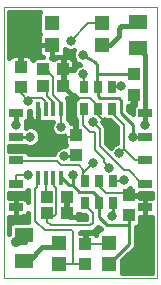
<source format=gtl>
G75*
G70*
%OFA0B0*%
%FSLAX24Y24*%
%IPPOS*%
%LPD*%
%AMOC8*
5,1,8,0,0,1.08239X$1,22.5*
%
%ADD10C,0.0000*%
%ADD11R,0.0276X0.0394*%
%ADD12R,0.0515X0.0515*%
%ADD13R,0.0630X0.0472*%
%ADD14R,0.0394X0.0433*%
%ADD15R,0.0433X0.0394*%
%ADD16R,0.0500X0.0250*%
%ADD17R,0.0138X0.0472*%
%ADD18C,0.0080*%
%ADD19C,0.0317*%
%ADD20C,0.0060*%
%ADD21C,0.0160*%
%ADD22C,0.0100*%
%ADD23C,0.0150*%
%ADD24C,0.0356*%
D10*
X000900Y000980D02*
X000900Y010035D01*
X006018Y010035D01*
X006018Y000980D01*
X000900Y000980D01*
D11*
X003590Y003475D03*
X004062Y003475D03*
X004535Y003475D03*
X004535Y004223D03*
X004062Y004223D03*
X003590Y004223D03*
X003557Y006619D03*
X004030Y006619D03*
X004502Y006619D03*
X004502Y007367D03*
X004030Y007367D03*
X003557Y007367D03*
D12*
X004165Y008769D03*
X004165Y009478D03*
X002512Y009478D03*
X002512Y008769D03*
X002753Y002167D03*
X002753Y001459D03*
X004406Y001459D03*
X004406Y002167D03*
D13*
X001578Y002434D03*
X001578Y001568D03*
X005382Y008649D03*
X005382Y009516D03*
D14*
X005243Y007771D03*
X005243Y007102D03*
X003300Y005755D03*
X003300Y005085D03*
X002995Y003700D03*
X002995Y003140D03*
X002325Y003140D03*
X002325Y003700D03*
X002205Y007380D03*
X002205Y007940D03*
X002875Y007940D03*
X002875Y007380D03*
X005078Y003747D03*
X005078Y003078D03*
D15*
X003620Y002115D03*
X003620Y001445D03*
X001460Y007365D03*
X001460Y008035D03*
D16*
X001300Y006487D03*
X001300Y005700D03*
X001300Y004913D03*
X001300Y004125D03*
X001300Y003338D03*
X005620Y003338D03*
X005620Y004125D03*
X005620Y004913D03*
X005620Y005700D03*
X005620Y006487D03*
D17*
X002804Y006612D03*
X002548Y006612D03*
X002292Y006612D03*
X002036Y006612D03*
X002036Y004308D03*
X002292Y004308D03*
X002548Y004308D03*
X002804Y004308D03*
D18*
X002580Y004120D02*
X002580Y004040D01*
X002640Y003980D01*
X002640Y003120D01*
X002580Y003060D01*
X002405Y003060D01*
X002325Y003140D01*
X002340Y003205D01*
X002340Y002860D01*
X002460Y002740D01*
X003780Y002740D01*
X003860Y002820D01*
X003860Y003140D01*
X003590Y003410D01*
X003590Y003475D01*
X004100Y004020D02*
X004100Y004186D01*
X004062Y004223D01*
X004100Y004020D02*
X004293Y003827D01*
X005060Y003820D01*
X004863Y004223D02*
X004900Y004260D01*
X004863Y004223D02*
X004535Y004223D01*
X004420Y004660D02*
X004240Y004840D01*
X004240Y004960D01*
X003940Y005260D01*
X003940Y005860D01*
X003780Y005860D01*
X003540Y006100D01*
X003540Y006602D01*
X003557Y006619D01*
X003780Y006980D02*
X003140Y006980D01*
X003140Y006660D01*
X002820Y006628D02*
X002804Y006612D01*
X002820Y006020D01*
X002820Y006628D02*
X002820Y006820D01*
X002540Y007100D01*
X002540Y007700D01*
X002300Y007940D01*
X002205Y007940D01*
X002205Y007380D02*
X002340Y007245D01*
X002340Y007060D01*
X002548Y006852D01*
X002548Y006612D01*
X002292Y006612D02*
X002260Y006644D01*
X002260Y006660D02*
X002260Y006680D01*
X002260Y006900D01*
X002180Y006980D01*
X001780Y006980D01*
X001700Y006900D01*
X001460Y007140D01*
X001460Y007365D01*
X001460Y007380D01*
X002036Y006676D02*
X002036Y006612D01*
X002020Y006020D02*
X002340Y005700D01*
X003245Y005700D01*
X003300Y005755D01*
X003860Y006180D02*
X004100Y005940D01*
X004100Y005380D01*
X004900Y004580D01*
X005060Y004580D01*
X005540Y004100D01*
X005580Y004140D02*
X005600Y004120D01*
X005660Y004060D01*
X005620Y004913D02*
X005287Y004913D01*
X004900Y005300D01*
X004740Y005140D01*
X004900Y005300D02*
X004900Y006100D01*
X004580Y006420D01*
X004580Y006541D01*
X004502Y006619D01*
X004260Y006180D02*
X004030Y006410D01*
X004030Y006619D01*
X004030Y006730D01*
X003780Y006980D01*
X003557Y007367D02*
X003557Y007763D01*
X003540Y007780D01*
X003140Y008900D02*
X003718Y009478D01*
X004165Y009478D01*
X004502Y007367D02*
X004820Y007380D01*
X005220Y006900D02*
X005140Y006820D01*
X005140Y006660D01*
X003860Y004820D02*
X003540Y004500D01*
X003540Y004580D01*
X003420Y004740D01*
X002820Y004740D01*
X002660Y004900D01*
X001300Y004900D01*
X001300Y004420D02*
X001300Y004100D01*
X001300Y004420D02*
X001700Y004420D01*
X002020Y004020D02*
X001940Y003940D01*
X001940Y002900D01*
X002260Y002580D01*
X003140Y002580D01*
X003220Y002540D01*
X003220Y001460D01*
X003605Y001460D01*
X003620Y001445D01*
X003220Y001460D02*
X003219Y001459D01*
X002753Y001459D01*
X003620Y002115D02*
X004355Y002115D01*
X004400Y002160D01*
X004420Y002180D01*
X003620Y004260D02*
X003540Y004340D01*
X003540Y004500D01*
X002548Y004308D02*
X002548Y004132D01*
X002292Y004308D02*
X002292Y003812D01*
X002260Y003780D01*
X002320Y003780D01*
X002340Y003780D01*
X002020Y004020D02*
X002020Y004292D01*
X002036Y004308D01*
D19*
X001700Y004420D03*
X001860Y005220D03*
X001780Y005700D03*
X001300Y006100D03*
X001700Y006900D03*
X002820Y006020D03*
X003140Y006660D03*
X003860Y006180D03*
X004260Y006180D03*
X004740Y005140D03*
X004420Y004660D03*
X004900Y004260D03*
X004500Y003060D03*
X003460Y003020D03*
X003220Y004420D03*
X002915Y005045D03*
X003860Y004820D03*
X005140Y006660D03*
X005620Y006100D03*
X005220Y005700D03*
X004820Y007380D03*
X003540Y007780D03*
X003540Y008420D03*
X003140Y008900D03*
X001700Y008740D03*
X001540Y002940D03*
X005540Y001460D03*
D20*
X004406Y002167D02*
X004400Y002160D01*
X005540Y004100D02*
X005560Y004120D01*
X005620Y004125D01*
X005620Y004140D01*
X005600Y004120D01*
X005220Y006900D02*
X005240Y006920D01*
X005240Y007100D01*
X005243Y007102D01*
X003620Y004260D02*
X003600Y004240D01*
X003590Y004223D01*
X002580Y004120D02*
X002548Y004308D01*
X002320Y003780D02*
X002320Y003700D01*
X002325Y003700D01*
X001300Y004100D02*
X001300Y004125D01*
X001300Y004900D02*
X001300Y004913D01*
X002340Y005920D02*
X002040Y006220D01*
X002040Y006580D01*
X002036Y006612D01*
X002260Y006680D02*
X002292Y006612D01*
X002340Y005920D02*
X002340Y005760D01*
X002920Y005760D01*
X002960Y005800D01*
D21*
X002923Y005696D02*
X002923Y005514D01*
X002935Y005469D01*
X002959Y005428D01*
X002967Y005420D01*
X002930Y005384D01*
X002847Y005384D01*
X002723Y005332D01*
X002628Y005237D01*
X002579Y005120D01*
X001722Y005120D01*
X001625Y005218D01*
X001080Y005218D01*
X001080Y005395D01*
X001625Y005395D01*
X001627Y005397D01*
X001713Y005362D01*
X001847Y005362D01*
X001972Y005413D01*
X002067Y005508D01*
X002118Y005633D01*
X002118Y005767D01*
X002067Y005892D01*
X001972Y005987D01*
X001847Y006038D01*
X001713Y006038D01*
X001627Y006003D01*
X001626Y006003D01*
X001638Y006033D01*
X001638Y006167D01*
X001630Y006188D01*
X001730Y006288D01*
X001730Y006562D01*
X001767Y006562D01*
X001787Y006570D01*
X001787Y006352D01*
X001800Y006306D01*
X001823Y006265D01*
X001857Y006231D01*
X001898Y006208D01*
X001944Y006195D01*
X002036Y006195D01*
X002036Y006612D01*
X002036Y006612D01*
X002036Y006195D01*
X002129Y006195D01*
X002144Y006200D01*
X002149Y006195D01*
X002526Y006195D01*
X002482Y006087D01*
X002482Y005953D01*
X002533Y005828D01*
X002628Y005733D01*
X002753Y005682D01*
X002887Y005682D01*
X002923Y005696D01*
X002923Y005577D02*
X002095Y005577D01*
X002118Y005735D02*
X002626Y005735D01*
X002506Y005894D02*
X002065Y005894D01*
X002036Y006211D02*
X002036Y006211D01*
X001893Y006211D02*
X001653Y006211D01*
X001638Y006052D02*
X002482Y006052D01*
X002036Y006369D02*
X002036Y006369D01*
X002036Y006528D02*
X002036Y006528D01*
X001787Y006528D02*
X001730Y006528D01*
X001730Y006369D02*
X001787Y006369D01*
X001300Y006487D02*
X001300Y006100D01*
X001080Y005260D02*
X002650Y005260D01*
X002965Y005418D02*
X001977Y005418D01*
X001720Y003916D02*
X001720Y003524D01*
X001718Y003532D01*
X001694Y003573D01*
X001661Y003607D01*
X001619Y003631D01*
X001574Y003643D01*
X001300Y003643D01*
X001080Y003643D01*
X001080Y003820D01*
X001625Y003820D01*
X001720Y003916D01*
X001720Y003833D02*
X001637Y003833D01*
X001720Y003675D02*
X001080Y003675D01*
X001300Y003643D02*
X001300Y003338D01*
X001300Y003338D01*
X001300Y003643D01*
X001300Y003516D02*
X001300Y003516D01*
X001300Y003358D02*
X001300Y003358D01*
X001300Y003338D02*
X001300Y003033D01*
X001574Y003033D01*
X001619Y003045D01*
X001661Y003069D01*
X001694Y003102D01*
X001718Y003143D01*
X001720Y003152D01*
X001720Y002850D01*
X001189Y002850D01*
X001083Y002745D01*
X001083Y002470D01*
X001080Y002466D01*
X001080Y003033D01*
X001300Y003033D01*
X001300Y003338D01*
X001300Y003338D01*
X001300Y003199D02*
X001300Y003199D01*
X001300Y003041D02*
X001300Y003041D01*
X001080Y002882D02*
X001720Y002882D01*
X001720Y003041D02*
X001602Y003041D01*
X001620Y002420D02*
X001620Y002180D01*
X001300Y002180D01*
X001083Y002565D02*
X001080Y002565D01*
X001080Y002724D02*
X001083Y002724D01*
X001578Y001568D02*
X001728Y001568D01*
X002180Y002020D01*
X002606Y002020D01*
X002753Y002167D01*
X003115Y003020D02*
X002995Y003140D01*
X003013Y003158D02*
X002976Y003158D01*
X002976Y003537D01*
X002976Y003682D01*
X003013Y003682D01*
X003013Y003158D01*
X003013Y003199D02*
X002976Y003199D01*
X002976Y003358D02*
X003013Y003358D01*
X003013Y003516D02*
X002976Y003516D01*
X002976Y003675D02*
X003013Y003675D01*
X003371Y003104D02*
X003371Y002960D01*
X003640Y002960D01*
X003640Y003049D01*
X003590Y003099D01*
X003377Y003099D01*
X003371Y003104D01*
X003371Y003041D02*
X003640Y003041D01*
X003460Y003020D02*
X003115Y003020D01*
X003456Y002520D02*
X003442Y002491D01*
X003602Y002491D01*
X003602Y002133D01*
X003638Y002133D01*
X003638Y002491D01*
X003860Y002491D01*
X003906Y002479D01*
X003947Y002456D01*
X003969Y002434D01*
X003969Y002448D01*
X003981Y002494D01*
X004005Y002535D01*
X004038Y002569D01*
X004079Y002592D01*
X004125Y002605D01*
X004150Y002605D01*
X004110Y002645D01*
X004053Y002702D01*
X004000Y002649D01*
X003871Y002520D01*
X003456Y002520D01*
X003602Y002407D02*
X003638Y002407D01*
X003638Y002248D02*
X003602Y002248D01*
X003916Y002565D02*
X004035Y002565D01*
X004844Y001571D02*
X005308Y002035D01*
X005308Y002681D01*
X005349Y002681D01*
X005455Y002787D01*
X005455Y003033D01*
X005620Y003033D01*
X005838Y003033D01*
X005838Y001160D01*
X004844Y001160D01*
X004844Y001571D01*
X004887Y001614D02*
X005838Y001614D01*
X005838Y001456D02*
X004844Y001456D01*
X004844Y001297D02*
X005838Y001297D01*
X005838Y001773D02*
X005046Y001773D01*
X005204Y001931D02*
X005838Y001931D01*
X005838Y002090D02*
X005308Y002090D01*
X005308Y002248D02*
X005838Y002248D01*
X005838Y002407D02*
X005308Y002407D01*
X005308Y002565D02*
X005838Y002565D01*
X005838Y002724D02*
X005392Y002724D01*
X005455Y002882D02*
X005838Y002882D01*
X005620Y003033D02*
X005620Y003338D01*
X005620Y003643D01*
X005620Y003338D01*
X005620Y003338D01*
X005620Y003338D01*
X005620Y003033D01*
X005620Y003041D02*
X005620Y003041D01*
X005620Y003199D02*
X005620Y003199D01*
X005620Y003358D02*
X005620Y003358D01*
X005620Y003516D02*
X005620Y003516D01*
X005620Y003643D02*
X005838Y003643D01*
X005838Y003820D01*
X005455Y003820D01*
X005455Y003766D01*
X005096Y003766D01*
X005096Y003978D01*
X005092Y003973D01*
X005060Y003960D01*
X005060Y003766D01*
X005096Y003766D01*
X005096Y003729D01*
X005455Y003729D01*
X005455Y003643D01*
X005620Y003643D01*
X005455Y003675D02*
X005838Y003675D01*
X005096Y003833D02*
X005060Y003833D01*
X004456Y005335D02*
X004320Y005471D01*
X004320Y006031D01*
X004198Y006153D01*
X004198Y006244D01*
X004237Y006254D01*
X004263Y006269D01*
X004290Y006242D01*
X004447Y006242D01*
X004489Y006200D01*
X004680Y006009D01*
X004680Y005478D01*
X004673Y005478D01*
X004548Y005427D01*
X004456Y005335D01*
X004373Y005418D02*
X004539Y005418D01*
X004680Y005577D02*
X004320Y005577D01*
X004320Y005735D02*
X004680Y005735D01*
X004680Y005894D02*
X004320Y005894D01*
X004299Y006052D02*
X004637Y006052D01*
X004478Y006211D02*
X004198Y006211D01*
X004030Y006619D02*
X004030Y006750D01*
X004030Y006750D01*
X004030Y006619D01*
X004030Y006619D01*
X004030Y006686D02*
X004030Y006686D01*
X003342Y006993D02*
X003239Y006890D01*
X003239Y006347D01*
X003320Y006267D01*
X003320Y006151D01*
X003318Y006151D01*
X003318Y005773D01*
X003282Y005773D01*
X003282Y006151D01*
X003132Y006151D01*
X003107Y006212D01*
X003035Y006283D01*
X003053Y006301D01*
X003053Y006922D01*
X002992Y006983D01*
X003095Y006983D01*
X003141Y006996D01*
X003182Y007019D01*
X003216Y007053D01*
X003239Y007094D01*
X003240Y007095D01*
X003342Y006993D01*
X003332Y007003D02*
X003154Y007003D01*
X003140Y006980D02*
X003140Y007115D01*
X002875Y007380D01*
X002893Y007398D02*
X002856Y007398D01*
X002856Y007922D01*
X002893Y007922D01*
X003232Y007922D01*
X003248Y007958D01*
X002893Y007958D01*
X002893Y007922D01*
X002893Y007543D01*
X002893Y007398D01*
X002893Y007479D02*
X002856Y007479D01*
X002856Y007637D02*
X002893Y007637D01*
X002893Y007796D02*
X002856Y007796D01*
X002900Y007940D02*
X002900Y008340D01*
X002580Y008340D01*
X002512Y008408D01*
X002512Y008769D01*
X002512Y008332D01*
X002636Y008332D01*
X002608Y008324D01*
X002567Y008301D01*
X002540Y008273D01*
X002482Y008332D01*
X002512Y008332D01*
X002512Y008769D01*
X002512Y008769D01*
X002074Y008769D01*
X002074Y008488D01*
X002086Y008442D01*
X002110Y008401D01*
X002144Y008368D01*
X002185Y008344D01*
X002212Y008337D01*
X001934Y008337D01*
X001856Y008258D01*
X001844Y008301D01*
X001821Y008342D01*
X001787Y008376D01*
X001746Y008399D01*
X001700Y008411D01*
X001478Y008411D01*
X001478Y008053D01*
X001442Y008053D01*
X001442Y008411D01*
X001220Y008411D01*
X001174Y008399D01*
X001133Y008376D01*
X001099Y008342D01*
X001080Y008308D01*
X001080Y009855D01*
X002119Y009855D01*
X002074Y009810D01*
X002074Y009146D01*
X002100Y009120D01*
X002086Y009096D01*
X002074Y009050D01*
X002074Y008769D01*
X002512Y008769D01*
X002512Y008769D01*
X002512Y008747D02*
X002512Y008747D01*
X002512Y008588D02*
X002512Y008588D01*
X002512Y008430D02*
X002512Y008430D01*
X002811Y008337D02*
X002839Y008344D01*
X002880Y008368D01*
X002913Y008401D01*
X002937Y008442D01*
X002949Y008488D01*
X002949Y008613D01*
X003073Y008562D01*
X003207Y008562D01*
X003238Y008574D01*
X003202Y008487D01*
X003202Y008353D01*
X003253Y008228D01*
X003348Y008133D01*
X003428Y008100D01*
X003348Y008067D01*
X003253Y007972D01*
X003251Y007968D01*
X003251Y008180D01*
X003239Y008226D01*
X003216Y008267D01*
X003182Y008301D01*
X003141Y008324D01*
X003095Y008337D01*
X002893Y008337D01*
X002893Y007958D01*
X002856Y007958D01*
X002856Y008337D01*
X002811Y008337D01*
X002856Y008271D02*
X002893Y008271D01*
X002893Y008113D02*
X002856Y008113D01*
X002893Y007954D02*
X003246Y007954D01*
X003251Y008113D02*
X003398Y008113D01*
X003235Y008271D02*
X003212Y008271D01*
X003202Y008430D02*
X002930Y008430D01*
X002949Y008588D02*
X003009Y008588D01*
X002094Y008430D02*
X001080Y008430D01*
X001080Y008588D02*
X002074Y008588D01*
X002074Y008747D02*
X001080Y008747D01*
X001080Y008905D02*
X002074Y008905D01*
X002078Y009064D02*
X001080Y009064D01*
X001080Y009222D02*
X002074Y009222D01*
X002074Y009381D02*
X001080Y009381D01*
X001080Y009539D02*
X002074Y009539D01*
X002074Y009698D02*
X001080Y009698D01*
X001442Y008271D02*
X001478Y008271D01*
X001478Y008113D02*
X001442Y008113D01*
X001852Y008271D02*
X001868Y008271D01*
X003053Y006845D02*
X003239Y006845D01*
X003239Y006686D02*
X003053Y006686D01*
X003053Y006528D02*
X003239Y006528D01*
X003239Y006369D02*
X003053Y006369D01*
X003107Y006211D02*
X003320Y006211D01*
X003318Y006052D02*
X003282Y006052D01*
X003282Y005894D02*
X003318Y005894D01*
X005050Y006595D02*
X005050Y006706D01*
X005209Y006706D01*
X005190Y006687D01*
X005190Y006455D01*
X005050Y006595D01*
X005050Y006686D02*
X005190Y006686D01*
X005225Y006722D02*
X005225Y007084D01*
X005261Y007084D01*
X005261Y006758D01*
X005225Y006722D01*
X005225Y006845D02*
X005261Y006845D01*
X005261Y007003D02*
X005225Y007003D01*
X005190Y006528D02*
X005118Y006528D01*
X005620Y006487D02*
X005620Y006100D01*
X005620Y006487D02*
X005620Y008420D01*
X005380Y008660D01*
X005247Y009380D02*
X005382Y009516D01*
X005247Y009380D02*
X004820Y009380D01*
X004740Y009300D01*
X004740Y009060D01*
X004449Y008769D01*
X004165Y008769D01*
D22*
X003940Y008180D02*
X004020Y008100D01*
X004020Y007780D01*
X005060Y007780D01*
X005203Y007637D01*
X005243Y007771D01*
X004740Y006980D02*
X004820Y006900D01*
X004820Y006500D01*
X005220Y006100D01*
X005220Y005700D01*
X005620Y005700D01*
X004740Y006980D02*
X004100Y006980D01*
X004030Y007050D01*
X004030Y007367D01*
X004020Y007376D01*
X004020Y007780D01*
X003940Y008180D02*
X003540Y008420D01*
X001780Y005700D02*
X001300Y005700D01*
X002800Y004320D02*
X002820Y004340D01*
X003060Y004100D01*
X003220Y004100D01*
X003220Y004420D01*
X003220Y004100D02*
X003420Y003860D01*
X003860Y003860D01*
X004100Y003620D01*
X004100Y003500D01*
X004080Y003500D01*
X004062Y003475D01*
X004062Y003018D01*
X004340Y002740D01*
X005078Y002740D01*
X005078Y002130D01*
X004406Y001459D01*
X005078Y002740D02*
X005078Y003078D01*
X004535Y003095D02*
X004500Y003060D01*
X004535Y003095D02*
X004535Y003475D01*
X004100Y003500D02*
X004100Y003460D01*
X003365Y005045D02*
X003300Y005045D01*
X003300Y005085D01*
X003300Y005045D02*
X002915Y005045D01*
X002980Y005060D01*
X003365Y005045D02*
X003380Y005060D01*
X002800Y004320D02*
X002804Y004308D01*
D23*
X001620Y002420D02*
X001580Y002440D01*
X001578Y002434D01*
X005382Y008649D02*
X005380Y008660D01*
D24*
X001300Y002180D03*
M02*

</source>
